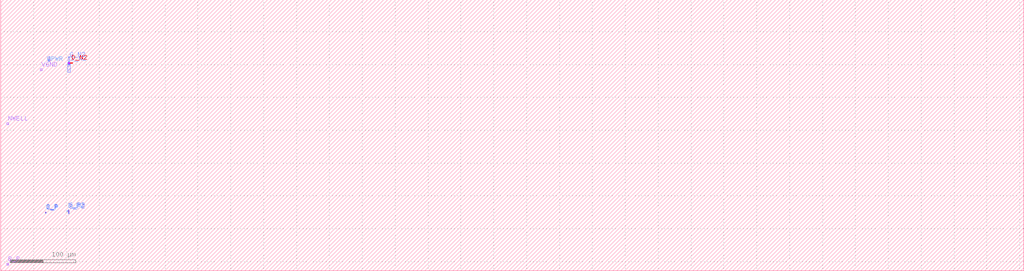
<source format=lef>
# Copyright 2020 The SkyWater PDK Authors
#
# Licensed under the Apache License, Version 2.0 (the "License");
# you may not use this file except in compliance with the License.
# You may obtain a copy of the License at
#
#     https://www.apache.org/licenses/LICENSE-2.0
#
# Unless required by applicable law or agreed to in writing, software
# distributed under the License is distributed on an "AS IS" BASIS,
# WITHOUT WARRANTIES OR CONDITIONS OF ANY KIND, either express or implied.
# See the License for the specific language governing permissions and
# limitations under the License.
#
# SPDX-License-Identifier: Apache-2.0

VERSION 5.7 ;
  NOWIREEXTENSIONATPIN ON ;
  DIVIDERCHAR "/" ;
  BUSBITCHARS "[]" ;
MACRO sky130_fd_pr__rf_aura_blocking
  CLASS BLOCK ;
  FOREIGN sky130_fd_pr__rf_aura_blocking ;
  ORIGIN  0.000000  213.9700 ;
  SIZE  1555.530 BY  412.1700 ;
  PIN B_P
    ANTENNADIFFAREA  43.51075 ;
    PORT
      LAYER li1 ;
        RECT 9.175000 -205.320000 11.985000 -202.345000 ;
    END
  END B_P
  PIN D_N2
    ANTENNADIFFAREA  3.360000 ;
    PORT
      LAYER met3 ;
        RECT 102.420000 102.075000 102.750000 102.515000 ;
        RECT 102.420000 102.515000 109.180000 102.845000 ;
        RECT 103.280000 102.075000 103.610000 102.515000 ;
        RECT 104.140000 102.075000 104.470000 102.515000 ;
        RECT 105.000000 102.075000 109.180000 102.515000 ;
    END
  END D_N2
  PIN D_P
    ANTENNADIFFAREA  0.235200 ;
    PORT
      LAYER met2 ;
        RECT 68.470000 -125.230000 68.730000 -124.590000 ;
    END
  END D_P
  PIN D_P2
    ANTENNADIFFAREA  0.840000 ;
    PORT
      LAYER met2 ;
        RECT 100.600000 -123.070000 103.420000 -122.430000 ;
    END
  END D_P2
  PIN G
    ANTENNAGATEAREA  0.126000 ;
    PORT
      LAYER met1 ;
        RECT 69.265000 100.485000 69.915000 100.775000 ;
    END
  END G
  PIN G_N2
    ANTENNAGATEAREA  3.600000 ;
    PORT
      LAYER met1 ;
        RECT 102.470000 103.065000 105.280000 111.830000 ;
    END
  END G_N2
  PIN G_P
    ANTENNAGATEAREA  0.252000 ;
    PORT
      LAYER met1 ;
        RECT 68.275000 -124.305000 68.925000 -124.015000 ;
    END
  END G_P
  PIN G_P2
    ANTENNAGATEAREA  0.900000 ;
    PORT
      LAYER met1 ;
        RECT 102.965000 -122.145000 103.615000 -120.555000 ;
    END
  END G_P2
  PIN NWELL
    ANTENNADIFFAREA  43.51075 ;
    PORT
      LAYER li1 ;
        RECT 9.175000 8.650000 11.985000 11.625000 ;
    END
  END NWELL
  PIN S
    ANTENNADIFFAREA  0.235200 ;
    PORT
      LAYER met1 ;
        RECT 69.045000 99.265000 70.135000  99.565000 ;
        RECT 69.045000 99.565000 69.275000 100.310000 ;
        RECT 69.905000 99.565000 70.135000 100.310000 ;
    END
  END S
  PIN S_N2
    ANTENNADIFFAREA  4.200000 ;
    PORT
      LAYER met1 ;
        RECT 102.040000 88.255000 105.710000  99.565000 ;
        RECT 102.040000 99.565000 102.270000 102.815000 ;
        RECT 102.900000 99.565000 103.130000 102.815000 ;
        RECT 103.760000 99.565000 103.990000 102.815000 ;
        RECT 104.620000 99.565000 104.850000 102.815000 ;
        RECT 105.480000 99.565000 105.710000 102.815000 ;
    END
  END S_N2
  PIN S_P
    ANTENNADIFFAREA  0.445200 ;
    PORT
      LAYER met1 ;
        RECT 68.055000 -125.955000 69.145000 -125.655000 ;
        RECT 68.055000 -125.655000 68.285000 -124.565000 ;
        RECT 68.915000 -125.655000 69.145000 -124.565000 ;
    END
  END S_P
  PIN S_P2
    ANTENNADIFFAREA  1.590000 ;
    PORT
      LAYER met1 ;
        RECT 102.745000 -127.045000 103.835000 -125.655000 ;
        RECT 102.745000 -125.655000 102.975000 -122.405000 ;
        RECT 103.605000 -125.655000 103.835000 -122.405000 ;
    END
  END S_P2
  PIN VGND
    USE GROUND ;
    PORT
      LAYER li1 ;
        RECT 60.140000 90.690000 62.950000 93.665000 ;
    END
  END VGND
  PIN VPWR
    USE POWER ;
    PORT
      LAYER met2 ;
        RECT 69.460000 99.965000 69.720000 100.310000 ;
    END
  END VPWR
  OBS
    LAYER li1 ;
      RECT  68.085000 -125.255000  68.255000 -124.565000 ;
      RECT  68.265000 -124.335000  68.935000 -123.995000 ;
      RECT  68.515000 -125.255000  68.685000 -124.565000 ;
      RECT  68.945000 -125.255000  69.115000 -124.565000 ;
      RECT  69.075000   99.965000  69.245000  100.295000 ;
      RECT  69.255000  100.465000  69.925000  100.795000 ;
      RECT  69.505000   99.965000  69.675000  100.295000 ;
      RECT  69.935000   99.965000  70.105000  100.295000 ;
      RECT 102.070000   99.965000 102.240000  102.815000 ;
      RECT 102.500000   99.965000 102.670000  102.815000 ;
      RECT 102.520000  103.045000 105.230000  103.375000 ;
      RECT 102.775000 -125.275000 102.945000 -122.405000 ;
      RECT 102.930000   99.965000 103.100000  102.815000 ;
      RECT 102.955000 -122.175000 103.625000 -121.835000 ;
      RECT 103.205000 -125.255000 103.375000 -122.405000 ;
      RECT 103.360000   99.965000 103.530000  102.815000 ;
      RECT 103.635000 -125.255000 103.805000 -122.405000 ;
      RECT 103.790000   99.965000 103.960000  102.815000 ;
      RECT 104.220000   99.965000 104.390000  102.815000 ;
      RECT 104.650000   99.965000 104.820000  102.815000 ;
      RECT 105.080000   99.965000 105.250000  102.815000 ;
      RECT 105.510000   99.965000 105.680000  102.815000 ;
    LAYER mcon ;
      RECT  68.085000 -125.175000  68.255000 -125.005000 ;
      RECT  68.085000 -124.815000  68.255000 -124.645000 ;
      RECT  68.335000 -124.245000  68.505000 -124.075000 ;
      RECT  68.515000 -125.175000  68.685000 -125.005000 ;
      RECT  68.515000 -124.815000  68.685000 -124.645000 ;
      RECT  68.695000 -124.245000  68.865000 -124.075000 ;
      RECT  68.945000 -125.175000  69.115000 -125.005000 ;
      RECT  68.945000 -124.815000  69.115000 -124.645000 ;
      RECT  69.075000  100.045000  69.245000  100.215000 ;
      RECT  69.325000  100.545000  69.495000  100.715000 ;
      RECT  69.505000  100.045000  69.675000  100.215000 ;
      RECT  69.685000  100.545000  69.855000  100.715000 ;
      RECT  69.935000  100.045000  70.105000  100.215000 ;
      RECT 102.070000  100.045000 102.240000  100.215000 ;
      RECT 102.070000  100.405000 102.240000  100.575000 ;
      RECT 102.070000  100.765000 102.240000  100.935000 ;
      RECT 102.070000  101.125000 102.240000  101.295000 ;
      RECT 102.070000  101.485000 102.240000  101.655000 ;
      RECT 102.070000  101.845000 102.240000  102.015000 ;
      RECT 102.070000  102.205000 102.240000  102.375000 ;
      RECT 102.070000  102.565000 102.240000  102.735000 ;
      RECT 102.500000  100.045000 102.670000  100.215000 ;
      RECT 102.500000  100.405000 102.670000  100.575000 ;
      RECT 102.500000  100.765000 102.670000  100.935000 ;
      RECT 102.500000  101.125000 102.670000  101.295000 ;
      RECT 102.500000  101.485000 102.670000  101.655000 ;
      RECT 102.500000  101.845000 102.670000  102.015000 ;
      RECT 102.500000  102.205000 102.670000  102.375000 ;
      RECT 102.500000  102.565000 102.670000  102.735000 ;
      RECT 102.530000  103.125000 102.700000  103.295000 ;
      RECT 102.775000 -125.175000 102.945000 -125.005000 ;
      RECT 102.775000 -124.815000 102.945000 -124.645000 ;
      RECT 102.775000 -124.455000 102.945000 -124.285000 ;
      RECT 102.775000 -124.095000 102.945000 -123.925000 ;
      RECT 102.775000 -123.735000 102.945000 -123.565000 ;
      RECT 102.775000 -123.375000 102.945000 -123.205000 ;
      RECT 102.775000 -123.015000 102.945000 -122.845000 ;
      RECT 102.775000 -122.655000 102.945000 -122.485000 ;
      RECT 102.890000  103.125000 103.060000  103.295000 ;
      RECT 102.930000  100.045000 103.100000  100.215000 ;
      RECT 102.930000  100.405000 103.100000  100.575000 ;
      RECT 102.930000  100.765000 103.100000  100.935000 ;
      RECT 102.930000  101.125000 103.100000  101.295000 ;
      RECT 102.930000  101.485000 103.100000  101.655000 ;
      RECT 102.930000  101.845000 103.100000  102.015000 ;
      RECT 102.930000  102.205000 103.100000  102.375000 ;
      RECT 102.930000  102.565000 103.100000  102.735000 ;
      RECT 103.025000 -122.085000 103.195000 -121.915000 ;
      RECT 103.205000 -125.175000 103.375000 -125.005000 ;
      RECT 103.205000 -124.815000 103.375000 -124.645000 ;
      RECT 103.205000 -124.455000 103.375000 -124.285000 ;
      RECT 103.205000 -124.095000 103.375000 -123.925000 ;
      RECT 103.205000 -123.735000 103.375000 -123.565000 ;
      RECT 103.205000 -123.375000 103.375000 -123.205000 ;
      RECT 103.205000 -123.015000 103.375000 -122.845000 ;
      RECT 103.205000 -122.655000 103.375000 -122.485000 ;
      RECT 103.250000  103.125000 103.420000  103.295000 ;
      RECT 103.360000  100.045000 103.530000  100.215000 ;
      RECT 103.360000  100.405000 103.530000  100.575000 ;
      RECT 103.360000  100.765000 103.530000  100.935000 ;
      RECT 103.360000  101.125000 103.530000  101.295000 ;
      RECT 103.360000  101.485000 103.530000  101.655000 ;
      RECT 103.360000  101.845000 103.530000  102.015000 ;
      RECT 103.360000  102.205000 103.530000  102.375000 ;
      RECT 103.360000  102.565000 103.530000  102.735000 ;
      RECT 103.385000 -122.085000 103.555000 -121.915000 ;
      RECT 103.610000  103.125000 103.780000  103.295000 ;
      RECT 103.635000 -125.175000 103.805000 -125.005000 ;
      RECT 103.635000 -124.815000 103.805000 -124.645000 ;
      RECT 103.635000 -124.455000 103.805000 -124.285000 ;
      RECT 103.635000 -124.095000 103.805000 -123.925000 ;
      RECT 103.635000 -123.735000 103.805000 -123.565000 ;
      RECT 103.635000 -123.375000 103.805000 -123.205000 ;
      RECT 103.635000 -123.015000 103.805000 -122.845000 ;
      RECT 103.635000 -122.655000 103.805000 -122.485000 ;
      RECT 103.790000  100.045000 103.960000  100.215000 ;
      RECT 103.790000  100.405000 103.960000  100.575000 ;
      RECT 103.790000  100.765000 103.960000  100.935000 ;
      RECT 103.790000  101.125000 103.960000  101.295000 ;
      RECT 103.790000  101.485000 103.960000  101.655000 ;
      RECT 103.790000  101.845000 103.960000  102.015000 ;
      RECT 103.790000  102.205000 103.960000  102.375000 ;
      RECT 103.790000  102.565000 103.960000  102.735000 ;
      RECT 103.970000  103.125000 104.140000  103.295000 ;
      RECT 104.220000  100.045000 104.390000  100.215000 ;
      RECT 104.220000  100.405000 104.390000  100.575000 ;
      RECT 104.220000  100.765000 104.390000  100.935000 ;
      RECT 104.220000  101.125000 104.390000  101.295000 ;
      RECT 104.220000  101.485000 104.390000  101.655000 ;
      RECT 104.220000  101.845000 104.390000  102.015000 ;
      RECT 104.220000  102.205000 104.390000  102.375000 ;
      RECT 104.220000  102.565000 104.390000  102.735000 ;
      RECT 104.330000  103.125000 104.500000  103.295000 ;
      RECT 104.650000  100.045000 104.820000  100.215000 ;
      RECT 104.650000  100.405000 104.820000  100.575000 ;
      RECT 104.650000  100.765000 104.820000  100.935000 ;
      RECT 104.650000  101.125000 104.820000  101.295000 ;
      RECT 104.650000  101.485000 104.820000  101.655000 ;
      RECT 104.650000  101.845000 104.820000  102.015000 ;
      RECT 104.650000  102.205000 104.820000  102.375000 ;
      RECT 104.650000  102.565000 104.820000  102.735000 ;
      RECT 104.690000  103.125000 104.860000  103.295000 ;
      RECT 105.050000  103.125000 105.220000  103.295000 ;
      RECT 105.080000  100.045000 105.250000  100.215000 ;
      RECT 105.080000  100.405000 105.250000  100.575000 ;
      RECT 105.080000  100.765000 105.250000  100.935000 ;
      RECT 105.080000  101.125000 105.250000  101.295000 ;
      RECT 105.080000  101.485000 105.250000  101.655000 ;
      RECT 105.080000  101.845000 105.250000  102.015000 ;
      RECT 105.080000  102.205000 105.250000  102.375000 ;
      RECT 105.080000  102.565000 105.250000  102.735000 ;
      RECT 105.510000  100.045000 105.680000  100.215000 ;
      RECT 105.510000  100.405000 105.680000  100.575000 ;
      RECT 105.510000  100.765000 105.680000  100.935000 ;
      RECT 105.510000  101.125000 105.680000  101.295000 ;
      RECT 105.510000  101.485000 105.680000  101.655000 ;
      RECT 105.510000  101.845000 105.680000  102.015000 ;
      RECT 105.510000  102.205000 105.680000  102.375000 ;
      RECT 105.510000  102.565000 105.680000  102.735000 ;
    LAYER met1 ;
      RECT  68.470000 -125.255000  68.730000 -124.565000 ;
      RECT  69.460000   99.965000  69.720000  100.310000 ;
      RECT 102.455000   99.965000 102.715000  102.815000 ;
      RECT 103.160000 -125.255000 103.420000 -122.405000 ;
      RECT 103.315000   99.965000 103.575000  102.815000 ;
      RECT 104.175000   99.965000 104.435000  102.815000 ;
      RECT 105.035000   99.965000 105.295000  102.815000 ;
    LAYER met2 ;
      RECT 102.420000 102.075000 102.750000 102.845000 ;
      RECT 103.280000 102.075000 103.610000 102.845000 ;
      RECT 104.140000 102.075000 104.470000 102.845000 ;
      RECT 105.000000 102.075000 105.330000 102.845000 ;
    LAYER via ;
      RECT  68.470000 -125.200000  68.730000 -124.940000 ;
      RECT  68.470000 -124.880000  68.730000 -124.620000 ;
      RECT  69.460000  100.020000  69.720000  100.280000 ;
      RECT 102.455000  102.170000 102.715000  102.430000 ;
      RECT 102.455000  102.490000 102.715000  102.750000 ;
      RECT 103.160000 -123.040000 103.420000 -122.780000 ;
      RECT 103.160000 -122.720000 103.420000 -122.460000 ;
      RECT 103.315000  102.170000 103.575000  102.430000 ;
      RECT 103.315000  102.490000 103.575000  102.750000 ;
      RECT 104.175000  102.170000 104.435000  102.430000 ;
      RECT 104.175000  102.490000 104.435000  102.750000 ;
      RECT 105.035000  102.170000 105.295000  102.430000 ;
      RECT 105.035000  102.490000 105.295000  102.750000 ;
    LAYER via2 ;
      RECT 102.445000 102.120000 102.725000 102.400000 ;
      RECT 102.445000 102.520000 102.725000 102.800000 ;
      RECT 103.305000 102.120000 103.585000 102.400000 ;
      RECT 103.305000 102.520000 103.585000 102.800000 ;
      RECT 104.165000 102.120000 104.445000 102.400000 ;
      RECT 104.165000 102.520000 104.445000 102.800000 ;
      RECT 105.025000 102.120000 105.305000 102.400000 ;
      RECT 105.025000 102.520000 105.305000 102.800000 ;
  END
END sky130_fd_pr__rf_aura_blocking
END LIBRARY

</source>
